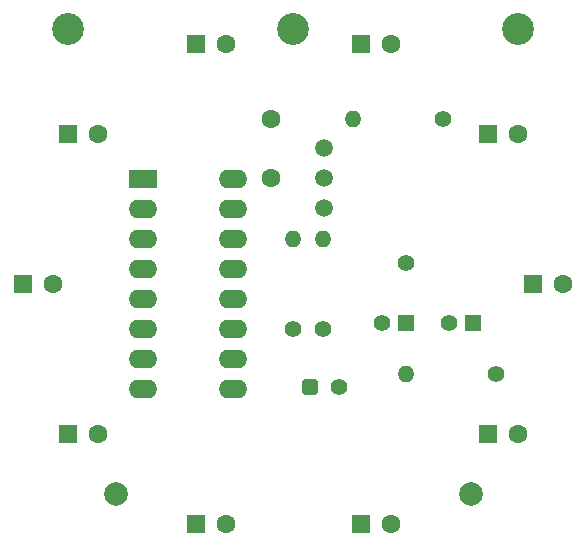
<source format=gbr>
%TF.GenerationSoftware,KiCad,Pcbnew,8.0.5*%
%TF.CreationDate,2024-11-23T09:58:25+09:00*%
%TF.ProjectId,voice4017,766f6963-6534-4303-9137-2e6b69636164,rev?*%
%TF.SameCoordinates,Original*%
%TF.FileFunction,Soldermask,Bot*%
%TF.FilePolarity,Negative*%
%FSLAX46Y46*%
G04 Gerber Fmt 4.6, Leading zero omitted, Abs format (unit mm)*
G04 Created by KiCad (PCBNEW 8.0.5) date 2024-11-23 09:58:25*
%MOMM*%
%LPD*%
G01*
G04 APERTURE LIST*
G04 Aperture macros list*
%AMRoundRect*
0 Rectangle with rounded corners*
0 $1 Rounding radius*
0 $2 $3 $4 $5 $6 $7 $8 $9 X,Y pos of 4 corners*
0 Add a 4 corners polygon primitive as box body*
4,1,4,$2,$3,$4,$5,$6,$7,$8,$9,$2,$3,0*
0 Add four circle primitives for the rounded corners*
1,1,$1+$1,$2,$3*
1,1,$1+$1,$4,$5*
1,1,$1+$1,$6,$7*
1,1,$1+$1,$8,$9*
0 Add four rect primitives between the rounded corners*
20,1,$1+$1,$2,$3,$4,$5,0*
20,1,$1+$1,$4,$5,$6,$7,0*
20,1,$1+$1,$6,$7,$8,$9,0*
20,1,$1+$1,$8,$9,$2,$3,0*%
G04 Aperture macros list end*
%ADD10R,1.600000X1.600000*%
%ADD11C,1.600000*%
%ADD12C,1.400000*%
%ADD13C,1.500000*%
%ADD14RoundRect,0.350000X-0.350000X-0.350000X0.350000X-0.350000X0.350000X0.350000X-0.350000X0.350000X0*%
%ADD15C,2.000000*%
%ADD16R,1.400000X1.400000*%
%ADD17C,2.700000*%
%ADD18O,1.400000X1.400000*%
%ADD19R,2.400000X1.600000*%
%ADD20O,2.400000X1.600000*%
G04 APERTURE END LIST*
D10*
%TO.C,D10*%
X129540000Y-76200000D03*
D11*
X132080000Y-76200000D03*
%TD*%
D10*
%TO.C,D9*%
X133350000Y-88900000D03*
D11*
X135890000Y-88900000D03*
%TD*%
D10*
%TO.C,D8*%
X144145000Y-96520000D03*
D11*
X146685000Y-96520000D03*
%TD*%
D10*
%TO.C,D7*%
X158110000Y-96520000D03*
D11*
X160650000Y-96520000D03*
%TD*%
D10*
%TO.C,D6*%
X168910000Y-88900000D03*
D11*
X171450000Y-88900000D03*
%TD*%
D10*
%TO.C,D5*%
X172720000Y-76200000D03*
D11*
X175260000Y-76200000D03*
%TD*%
D10*
%TO.C,D4*%
X168910000Y-63500000D03*
D11*
X171450000Y-63500000D03*
%TD*%
D10*
%TO.C,D3*%
X158115000Y-55880000D03*
D11*
X160655000Y-55880000D03*
%TD*%
D10*
%TO.C,D2*%
X144140000Y-55880000D03*
D11*
X146680000Y-55880000D03*
%TD*%
D10*
%TO.C,D1*%
X133350000Y-63500000D03*
D11*
X135890000Y-63500000D03*
%TD*%
D12*
%TO.C,*%
X161897500Y-74447500D03*
%TD*%
D13*
%TO.C,Q1*%
X154998000Y-64760000D03*
X154998000Y-67300000D03*
X154998000Y-69840000D03*
%TD*%
D14*
%TO.C,U2*%
X153790000Y-84995000D03*
D12*
X156290000Y-84995000D03*
%TD*%
D15*
%TO.C,J1*%
X167400000Y-93980000D03*
%TD*%
D11*
%TO.C,C3*%
X150495000Y-67270000D03*
X150495000Y-62270000D03*
%TD*%
D16*
%TO.C,C2*%
X161897500Y-79527500D03*
D12*
X159897500Y-79527500D03*
%TD*%
D17*
%TO.C,H3*%
X171450000Y-54610000D03*
%TD*%
D12*
%TO.C,R4*%
X165100000Y-62230000D03*
D18*
X157480000Y-62230000D03*
%TD*%
D12*
%TO.C,R1*%
X169545000Y-83820000D03*
D18*
X161925000Y-83820000D03*
%TD*%
D17*
%TO.C,H2*%
X152400000Y-54610000D03*
%TD*%
D19*
%TO.C,U1*%
X139700000Y-67310000D03*
D20*
X139700000Y-69850000D03*
X139700000Y-72390000D03*
X139700000Y-74930000D03*
X139700000Y-77470000D03*
X139700000Y-80010000D03*
X139700000Y-82550000D03*
X139700000Y-85090000D03*
X147320000Y-85090000D03*
X147320000Y-82550000D03*
X147320000Y-80010000D03*
X147320000Y-77470000D03*
X147320000Y-74930000D03*
X147320000Y-72390000D03*
X147320000Y-69850000D03*
X147320000Y-67310000D03*
%TD*%
D17*
%TO.C,H1*%
X133350000Y-54610000D03*
%TD*%
D12*
%TO.C,R2*%
X154940000Y-80010000D03*
D18*
X154940000Y-72390000D03*
%TD*%
D15*
%TO.C,J2*%
X137400000Y-93980000D03*
%TD*%
D16*
%TO.C,C1*%
X167612500Y-79527500D03*
D12*
X165612500Y-79527500D03*
%TD*%
%TO.C,R3*%
X152400000Y-80010000D03*
D18*
X152400000Y-72390000D03*
%TD*%
M02*

</source>
